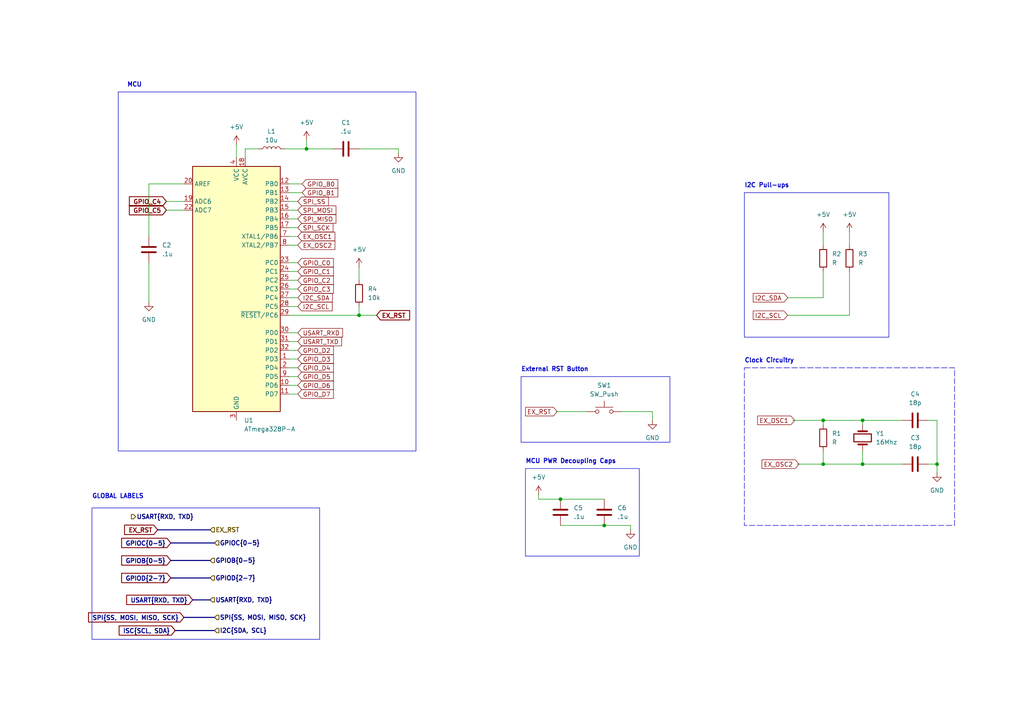
<source format=kicad_sch>
(kicad_sch (version 20230121) (generator eeschema)
  (paper "A4")
  (lib_symbols
    (symbol "Device:C" (pin_numbers hide) (pin_names (offset 0.254))
      (property "Reference" "C" (at 0.635 2.54 0))
      (property "Value" "C" (at 0.635 -2.54 0))
      (symbol "C_0_1"
        (polyline (pts (xy -2.032 -0.762) (xy 2.032 -0.762)) (stroke (width 0.508)))
        (polyline (pts (xy -2.032 0.762) (xy 2.032 0.762)) (stroke (width 0.508)))
      )
      (symbol "C_1_1"
        (pin passive line (at 0 3.81 270) (length 2.794) (name "~") (number "1"))
        (pin passive line (at 0 -3.81 90) (length 2.794) (name "~") (number "2"))
      )
    )
    (symbol "Device:Crystal" (pin_numbers hide) (pin_names (offset 1.016) hide)
      (property "Reference" "Y" (at 0 3.81 0))
      (property "Value" "Crystal" (at 0 -3.81 0))
      (symbol "Crystal_0_1"
        (rectangle (start -1.143 2.54) (end 1.143 -2.54) (stroke (width 0.3048)))
        (polyline (pts (xy -2.54 0) (xy -1.905 0)))
        (polyline (pts (xy -1.905 -1.27) (xy -1.905 1.27)) (stroke (width 0.508)))
        (polyline (pts (xy 1.905 -1.27) (xy 1.905 1.27)) (stroke (width 0.508)))
        (polyline (pts (xy 2.54 0) (xy 1.905 0)))
      )
      (symbol "Crystal_1_1"
        (pin passive line (at -3.81 0 0) (length 1.27) (name "1") (number "1"))
        (pin passive line (at 3.81 0 180) (length 1.27) (name "2") (number "2"))
      )
    )
    (symbol "Device:L" (pin_numbers hide) (pin_names (offset 1.016) hide)
      (property "Reference" "L" (at -1.27 0 90))
      (property "Value" "L" (at 1.905 0 90))
      (symbol "L_0_1"
        (arc (start 0 -2.54) (mid 0.6323 -1.905) (end 0 -1.27))
        (arc (start 0 -1.27) (mid 0.6323 -0.635) (end 0 0))
        (arc (start 0 0) (mid 0.6323 0.635) (end 0 1.27))
        (arc (start 0 1.27) (mid 0.6323 1.905) (end 0 2.54))
      )
      (symbol "L_1_1"
        (pin passive line (at 0 3.81 270) (length 1.27) (name "1") (number "1"))
        (pin passive line (at 0 -3.81 90) (length 1.27) (name "2") (number "2"))
      )
    )
    (symbol "Device:R" (pin_numbers hide) (pin_names (offset 0))
      (property "Reference" "R" (at 2.032 0 90))
      (property "Value" "R" (at 0 0 90))
      (symbol "R_0_1"
        (rectangle (start -1.016 -2.54) (end 1.016 2.54) (stroke (width 0.254)))
      )
      (symbol "R_1_1"
        (pin passive line (at 0 3.81 270) (length 1.27) (name "~") (number "1"))
        (pin passive line (at 0 -3.81 90) (length 1.27) (name "~") (number "2"))
      )
    )
    (symbol "MCU_Microchip_ATmega:ATmega328P-A"
      (property "Reference" "U" (at -12.7 36.83 0))
      (property "Value" "ATmega328P-A" (at 2.54 -36.83 0))
      (symbol "ATmega328P-A_0_1"
        (rectangle (start -12.7 -35.56) (end 12.7 35.56) (stroke (width 0.254)) (fill (type background)))
      )
      (symbol "ATmega328P-A_1_1"
        (pin bidirectional line (at 15.24 -20.32 180) (length 2.54) (name "PD3") (number "1"))
        (pin bidirectional line (at 15.24 -27.94 180) (length 2.54) (name "PD6") (number "10"))
        (pin bidirectional line (at 15.24 -30.48 180) (length 2.54) (name "PD7") (number "11"))
        (pin bidirectional line (at 15.24 30.48 180) (length 2.54) (name "PB0") (number "12"))
        (pin bidirectional line (at 15.24 27.94 180) (length 2.54) (name "PB1") (number "13"))
        (pin bidirectional line (at 15.24 25.4 180) (length 2.54) (name "PB2") (number "14"))
        (pin bidirectional line (at 15.24 22.86 180) (length 2.54) (name "PB3") (number "15"))
        (pin bidirectional line (at 15.24 20.32 180) (length 2.54) (name "PB4") (number "16"))
        (pin bidirectional line (at 15.24 17.78 180) (length 2.54) (name "PB5") (number "17"))
        (pin power_in line (at 2.54 38.1 270) (length 2.54) (name "AVCC") (number "18"))
        (pin input line (at -15.24 25.4 0) (length 2.54) (name "ADC6") (number "19"))
        (pin bidirectional line (at 15.24 -22.86 180) (length 2.54) (name "PD4") (number "2"))
        (pin passive line (at -15.24 30.48 0) (length 2.54) (name "AREF") (number "20"))
        (pin passive line (at 0 -38.1 90) (length 2.54) hide (name "GND") (number "21"))
        (pin input line (at -15.24 22.86 0) (length 2.54) (name "ADC7") (number "22"))
        (pin bidirectional line (at 15.24 7.62 180) (length 2.54) (name "PC0") (number "23"))
        (pin bidirectional line (at 15.24 5.08 180) (length 2.54) (name "PC1") (number "24"))
        (pin bidirectional line (at 15.24 2.54 180) (length 2.54) (name "PC2") (number "25"))
        (pin bidirectional line (at 15.24 0 180) (length 2.54) (name "PC3") (number "26"))
        (pin bidirectional line (at 15.24 -2.54 180) (length 2.54) (name "PC4") (number "27"))
        (pin bidirectional line (at 15.24 -5.08 180) (length 2.54) (name "PC5") (number "28"))
        (pin bidirectional line (at 15.24 -7.62 180) (length 2.54) (name "~{RESET}/PC6") (number "29"))
        (pin power_in line (at 0 -38.1 90) (length 2.54) (name "GND") (number "3"))
        (pin bidirectional line (at 15.24 -12.7 180) (length 2.54) (name "PD0") (number "30"))
        (pin bidirectional line (at 15.24 -15.24 180) (length 2.54) (name "PD1") (number "31"))
        (pin bidirectional line (at 15.24 -17.78 180) (length 2.54) (name "PD2") (number "32"))
        (pin power_in line (at 0 38.1 270) (length 2.54) (name "VCC") (number "4"))
        (pin passive line (at 0 -38.1 90) (length 2.54) hide (name "GND") (number "5"))
        (pin passive line (at 0 38.1 270) (length 2.54) hide (name "VCC") (number "6"))
        (pin bidirectional line (at 15.24 15.24 180) (length 2.54) (name "XTAL1/PB6") (number "7"))
        (pin bidirectional line (at 15.24 12.7 180) (length 2.54) (name "XTAL2/PB7") (number "8"))
        (pin bidirectional line (at 15.24 -25.4 180) (length 2.54) (name "PD5") (number "9"))
      )
    )
    (symbol "Switch:SW_Push" (pin_numbers hide) (pin_names (offset 1.016) hide)
      (property "Reference" "SW" (at 1.27 2.54 0))
      (property "Value" "SW_Push" (at 0 -1.524 0))
      (symbol "SW_Push_0_1"
        (circle (center -2.032 0) (radius 0.508))
        (polyline (pts (xy 0 1.27) (xy 0 3.048)))
        (polyline (pts (xy 2.54 1.27) (xy -2.54 1.27)))
        (circle (center 2.032 0) (radius 0.508))
        (pin passive line (at -5.08 0 0) (length 2.54) (name "1") (number "1"))
        (pin passive line (at 5.08 0 180) (length 2.54) (name "2") (number "2"))
      )
    )
    (symbol "power:+5V" (power) (pin_names (offset 0))
      (property "Value" "+5V" (at 0 3.556 0))
      (symbol "+5V_0_1"
        (polyline (pts (xy -0.762 1.27) (xy 0 2.54)))
        (polyline (pts (xy 0 0) (xy 0 2.54)))
        (polyline (pts (xy 0 2.54) (xy 0.762 1.27)))
      )
      (symbol "+5V_1_1"
        (pin power_in line (at 0 0 90) (length 0) hide (name "+5V") (number "1"))
      )
    )
    (symbol "power:GND" (power) (pin_names (offset 0))
      (property "Value" "GND" (at 0 -3.81 0))
      (symbol "GND_0_1"
        (polyline (pts (xy 0 0) (xy 0 -1.27) (xy 1.27 -1.27) (xy 0 -2.54) (xy -1.27 -1.27) (xy 0 -1.27)))
      )
      (symbol "GND_1_1"
        (pin power_in line (at 0 0 270) (length 0) hide (name "GND") (number "1"))
      )
    )
  )
  (junction (at 250.19 121.92))
  (junction (at 104.14 91.44))
  (junction (at 250.19 134.62))
  (junction (at 238.76 121.92))
  (junction (at 271.78 134.62))
  (junction (at 162.56 144.78))
  (junction (at 238.76 134.62))
  (junction (at 175.26 152.4))
  (junction (at 88.9 43.18))
  (wire (pts (xy 43.18 76.2) (xy 43.18 87.63)))
  (wire (pts (xy 71.12 43.18) (xy 74.93 43.18)))
  (wire (pts (xy 271.78 121.92) (xy 271.78 134.62)))
  (wire (pts (xy 83.82 106.68) (xy 86.36 106.68)))
  (bus (pts (xy 49.53 167.64) (xy 60.96 167.64)))
  (wire (pts (xy 161.29 119.38) (xy 170.18 119.38)))
  (wire (pts (xy 83.82 68.58) (xy 86.36 68.58)))
  (wire (pts (xy 83.82 81.28) (xy 86.36 81.28)))
  (wire (pts (xy 83.82 96.52) (xy 86.36 96.52)))
  (wire (pts (xy 269.24 134.62) (xy 271.78 134.62)))
  (wire (pts (xy 104.14 91.44) (xy 109.22 91.44)))
  (wire (pts (xy 68.58 41.91) (xy 68.58 45.72)))
  (wire (pts (xy 250.19 121.92) (xy 250.19 123.19)))
  (wire (pts (xy 83.82 53.34) (xy 87.63 53.34)))
  (wire (pts (xy 83.82 101.6) (xy 86.36 101.6)))
  (wire (pts (xy 88.9 43.18) (xy 96.52 43.18)))
  (bus (pts (xy 50.8 182.88) (xy 62.23 182.88)))
  (wire (pts (xy 83.82 114.3) (xy 86.36 114.3)))
  (wire (pts (xy 229.87 121.92) (xy 238.76 121.92)))
  (wire (pts (xy 53.34 53.34) (xy 43.18 53.34)))
  (wire (pts (xy 246.38 91.44) (xy 246.38 78.74)))
  (wire (pts (xy 228.6 86.36) (xy 238.76 86.36)))
  (wire (pts (xy 115.57 43.18) (xy 115.57 44.45)))
  (wire (pts (xy 156.21 144.78) (xy 162.56 144.78)))
  (wire (pts (xy 180.34 119.38) (xy 189.23 119.38)))
  (wire (pts (xy 88.9 40.64) (xy 88.9 43.18)))
  (wire (pts (xy 71.12 45.72) (xy 71.12 43.18)))
  (wire (pts (xy 83.82 58.42) (xy 86.36 58.42)))
  (wire (pts (xy 83.82 66.04) (xy 86.36 66.04)))
  (wire (pts (xy 48.26 60.96) (xy 53.34 60.96)))
  (wire (pts (xy 48.26 58.42) (xy 53.34 58.42)))
  (wire (pts (xy 104.14 77.47) (xy 104.14 81.28)))
  (wire (pts (xy 83.82 63.5) (xy 86.36 63.5)))
  (wire (pts (xy 83.82 76.2) (xy 86.36 76.2)))
  (wire (pts (xy 238.76 86.36) (xy 238.76 78.74)))
  (wire (pts (xy 83.82 78.74) (xy 86.36 78.74)))
  (wire (pts (xy 83.82 104.14) (xy 86.36 104.14)))
  (bus (pts (xy 53.34 179.07) (xy 62.23 179.07)))
  (wire (pts (xy 83.82 83.82) (xy 86.36 83.82)))
  (wire (pts (xy 104.14 88.9) (xy 104.14 91.44)))
  (wire (pts (xy 156.21 143.51) (xy 156.21 144.78)))
  (wire (pts (xy 271.78 134.62) (xy 271.78 137.16)))
  (wire (pts (xy 83.82 71.12) (xy 86.36 71.12)))
  (wire (pts (xy 83.82 86.36) (xy 86.36 86.36)))
  (wire (pts (xy 83.82 109.22) (xy 86.36 109.22)))
  (bus (pts (xy 55.88 173.99) (xy 60.96 173.99)))
  (wire (pts (xy 83.82 91.44) (xy 104.14 91.44)))
  (wire (pts (xy 250.19 121.92) (xy 261.62 121.92)))
  (wire (pts (xy 246.38 67.31) (xy 246.38 71.12)))
  (wire (pts (xy 162.56 152.4) (xy 175.26 152.4)))
  (wire (pts (xy 175.26 152.4) (xy 182.88 152.4)))
  (wire (pts (xy 250.19 130.81) (xy 250.19 134.62)))
  (wire (pts (xy 82.55 43.18) (xy 88.9 43.18)))
  (wire (pts (xy 189.23 119.38) (xy 189.23 121.92)))
  (bus (pts (xy 45.72 153.67) (xy 60.96 153.67)))
  (bus (pts (xy 49.53 157.48) (xy 62.23 157.48)))
  (wire (pts (xy 238.76 134.62) (xy 250.19 134.62)))
  (wire (pts (xy 104.14 43.18) (xy 115.57 43.18)))
  (wire (pts (xy 250.19 134.62) (xy 261.62 134.62)))
  (wire (pts (xy 83.82 60.96) (xy 86.36 60.96)))
  (wire (pts (xy 238.76 67.31) (xy 238.76 71.12)))
  (wire (pts (xy 182.88 152.4) (xy 182.88 153.67)))
  (wire (pts (xy 228.6 91.44) (xy 246.38 91.44)))
  (wire (pts (xy 43.18 53.34) (xy 43.18 68.58)))
  (wire (pts (xy 238.76 130.81) (xy 238.76 134.62)))
  (wire (pts (xy 269.24 121.92) (xy 271.78 121.92)))
  (wire (pts (xy 83.82 99.06) (xy 86.36 99.06)))
  (wire (pts (xy 83.82 88.9) (xy 86.36 88.9)))
  (wire (pts (xy 238.76 121.92) (xy 238.76 123.19)))
  (wire (pts (xy 162.56 144.78) (xy 175.26 144.78)))
  (wire (pts (xy 238.76 121.92) (xy 250.19 121.92)))
  (wire (pts (xy 231.14 134.62) (xy 238.76 134.62)))
  (bus (pts (xy 49.53 162.56) (xy 60.96 162.56)))
  (wire (pts (xy 83.82 111.76) (xy 86.36 111.76)))
  (wire (pts (xy 83.82 55.88) (xy 87.63 55.88)))
  (rectangle (start 152.4 135.89) (end 185.42 161.29))
  (rectangle (start 215.9 55.88) (end 257.81 97.79))
  (rectangle (start 151.13 109.22) (end 194.31 128.27))
  (rectangle (start 215.9 106.68) (end 276.86 152.4) (stroke (width 0) (type dash)))
  (rectangle (start 26.67 147.32) (end 92.71 185.42))
  (rectangle (start 34.29 26.67) (end 120.65 130.81))
  (text "MCU" (at 36.83 25.4 0) (effects (font (size 1.27 1.27) (thickness 0.254) bold) (justify left bottom)))
  (text "MCU PWR Decoupling Caps\n" (at 152.4 134.62 0) (effects (font (size 1.27 1.27) (thickness 0.254) bold) (justify left bottom)))
  (text "External RST Button\n" (at 151.13 107.95 0) (effects (font (size 1.27 1.27) (thickness 0.254) bold) (justify left bottom)))
  (text "Clock Circuitry\n" (at 215.9 105.41 0) (effects (font (size 1.27 1.27) (thickness 0.254) bold) (justify left bottom)))
  (text "I2C Pull-ups\n" (at 215.9 54.61 0) (effects (font (size 1.27 1.27) (thickness 0.254) bold) (justify left bottom)))
  (text "GLOBAL LABELS\n" (at 26.67 144.78 0) (effects (font (size 1.27 1.27) bold) (justify left bottom)))
  (global_label "EX_RST" (shape output) (at 152.4 119.38 0) (property "Intersheetrefs" "${INTERSHEET_REFS}" (effects hide)))
  (global_label "SPI_MOSI" (shape input) (at 86.36 60.96 0) (property "Intersheetrefs" "${INTERSHEET_REFS}" (effects hide)))
  (global_label "I2C_SCL" (shape input) (at 86.36 88.9 0) (property "Intersheetrefs" "${INTERSHEET_REFS}" (effects hide)))
  (global_label "GPIO_D3" (shape input) (at 86.36 104.14 0) (property "Intersheetrefs" "${INTERSHEET_REFS}" (effects hide)))
  (global_label "GPIOC{0-5}" (shape input) (at 49.53 157.48 180) (effects (font bold)) (property "Intersheetrefs" "${INTERSHEET_REFS}" (effects hide)))
  (global_label "USART_TXD" (shape input) (at 86.36 99.06 0) (property "Intersheetrefs" "${INTERSHEET_REFS}" (effects hide)))
  (global_label "GPIO_D2" (shape input) (at 86.36 101.6 0) (property "Intersheetrefs" "${INTERSHEET_REFS}" (effects hide)))
  (global_label "SPI_MISO" (shape input) (at 86.36 63.5 0) (property "Intersheetrefs" "${INTERSHEET_REFS}" (effects hide)))
  (global_label "GPIO_C0" (shape input) (at 86.36 76.2 0) (property "Intersheetrefs" "${INTERSHEET_REFS}" (effects hide)))
  (global_label "GPIO_D5" (shape input) (at 86.36 109.22 0) (property "Intersheetrefs" "${INTERSHEET_REFS}" (effects hide)))
  (global_label "GPIO_D7" (shape input) (at 86.36 114.3 0) (property "Intersheetrefs" "${INTERSHEET_REFS}" (effects hide)))
  (global_label "GPIO_C5" (shape input) (at 48.26 60.96 180) (effects (font bold)) (property "Intersheetrefs" "${INTERSHEET_REFS}" (effects hide)))
  (global_label "I2C_SCL" (shape output) (at 218.44 91.44 0) (property "Intersheetrefs" "${INTERSHEET_REFS}" (effects hide)))
  (global_label "GPIO_B0" (shape input) (at 87.63 53.34 0) (property "Intersheetrefs" "${INTERSHEET_REFS}" (effects hide)))
  (global_label "GPIO_D4" (shape input) (at 86.36 106.68 0) (property "Intersheetrefs" "${INTERSHEET_REFS}" (effects hide)))
  (global_label "EX_OSC1" (shape input) (at 86.36 68.58 0) (property "Intersheetrefs" "${INTERSHEET_REFS}" (effects hide)))
  (global_label "EX_OSC2" (shape input) (at 86.36 71.12 0) (property "Intersheetrefs" "${INTERSHEET_REFS}" (effects hide)))
  (global_label "GPIOB{0-5}" (shape input) (at 49.53 162.56 180) (effects (font bold)) (property "Intersheetrefs" "${INTERSHEET_REFS}" (effects hide)))
  (global_label "USART_RXD" (shape input) (at 86.36 96.52 0) (property "Intersheetrefs" "${INTERSHEET_REFS}" (effects hide)))
  (global_label "GPIO_C4" (shape input) (at 48.26 58.42 180) (effects (font bold)) (property "Intersheetrefs" "${INTERSHEET_REFS}" (effects hide)))
  (global_label "ISC{SCL, SDA}" (shape input) (at 50.8 182.88 180) (effects (font bold)) (property "Intersheetrefs" "${INTERSHEET_REFS}" (effects hide)))
  (global_label "I2C_SDA" (shape output) (at 218.44 86.36 0) (property "Intersheetrefs" "${INTERSHEET_REFS}" (effects hide)))
  (global_label "SPI{SS, MOSI, MISO, SCK}" (shape input) (at 53.34 179.07 180) (effects (font bold)) (property "Intersheetrefs" "${INTERSHEET_REFS}" (effects hide)))
  (global_label "GPIO_C1" (shape input) (at 86.36 78.74 0) (property "Intersheetrefs" "${INTERSHEET_REFS}" (effects hide)))
  (global_label "GPIO_C2" (shape input) (at 86.36 81.28 0) (property "Intersheetrefs" "${INTERSHEET_REFS}" (effects hide)))
  (global_label "I2C_SDA" (shape input) (at 86.36 86.36 0) (property "Intersheetrefs" "${INTERSHEET_REFS}" (effects hide)))
  (global_label "GPIO_B1" (shape input) (at 87.63 55.88 0) (property "Intersheetrefs" "${INTERSHEET_REFS}" (effects hide)))
  (global_label "EX_OSC2" (shape output) (at 220.98 134.62 0) (property "Intersheetrefs" "${INTERSHEET_REFS}" (effects hide)))
  (global_label "USART{RXD, TXD}" (shape input) (at 55.88 173.99 180) (effects (font bold)) (property "Intersheetrefs" "${INTERSHEET_REFS}" (effects hide)))
  (global_label "GPIO_C3" (shape input) (at 86.36 83.82 0) (property "Intersheetrefs" "${INTERSHEET_REFS}" (effects hide)))
  (global_label "GPIOD{2-7}" (shape input) (at 49.53 167.64 180) (effects (font bold)) (property "Intersheetrefs" "${INTERSHEET_REFS}" (effects hide)))
  (global_label "GPIO_D6" (shape input) (at 86.36 111.76 0) (property "Intersheetrefs" "${INTERSHEET_REFS}" (effects hide)))
  (global_label "EX_OSC1" (shape output) (at 219.71 121.92 0) (property "Intersheetrefs" "${INTERSHEET_REFS}" (effects hide)))
  (global_label "EX_RST" (shape input) (at 45.72 153.67 180) (effects (font bold)) (property "Intersheetrefs" "${INTERSHEET_REFS}" (effects hide)))
  (global_label "EX_RST" (shape input) (at 109.22 91.44 0) (effects (font bold)) (property "Intersheetrefs" "${INTERSHEET_REFS}" (effects hide)))
  (global_label "SPI_SS" (shape input) (at 86.36 58.42 0) (property "Intersheetrefs" "${INTERSHEET_REFS}" (effects hide)))
  (global_label "SPI_SCK" (shape input) (at 86.36 66.04 0) (property "Intersheetrefs" "${INTERSHEET_REFS}" (effects hide)))
  (hierarchical_label "GPIOD{2-7}" (shape input) (at 60.96 167.64 0) (effects (font bold)))
  (hierarchical_label "GPIOC{0-5}" (shape input) (at 62.23 157.48 0) (effects (font bold)))
  (hierarchical_label "USART{RXD, TXD}" (shape input) (at 60.96 173.99 0) (effects (font bold)))
  (hierarchical_label "I2C{SDA, SCL}" (shape input) (at 62.23 182.88 0) (effects (font bold)))
  (hierarchical_label "USART{RXD, TXD}" (shape output) (at 38.1 149.86 0) (effects (font bold)))
  (hierarchical_label "SPI{SS, MOSI, MISO, SCK}" (shape input) (at 62.23 179.07 0) (effects (font bold)))
  (hierarchical_label "EX_RST" (shape input) (at 60.96 153.67 0) (effects (font bold)))
  (hierarchical_label "GPIOB{0-5}" (shape input) (at 60.96 162.56 0) (effects (font bold)))
  (symbol (lib_id "Device:C") (at 265.43 134.62 90) (unit 1)
    (property "Reference" "C3" (at 265.43 127 90))
    (property "Value" "18p" (at 265.43 129.54 90))
  )
  (symbol (lib_id "power:GND") (at 182.88 153.67 0) (unit 1)
    (property "Reference" "#PWR010" (effects hide))
    (property "Value" "GND" (at 182.88 158.75 0))
  )
  (symbol (lib_id "Device:C") (at 162.56 148.59 0) (unit 1)
    (property "Reference" "C5" (at 166.37 147.32 0) (effects (justify left)))
    (property "Value" ".1u" (at 166.37 149.86 0) (effects (justify left)))
  )
  (symbol (lib_id "Switch:SW_Push") (at 175.26 119.38 0) (unit 1)
    (property "Reference" "SW1" (at 175.26 111.76 0))
    (property "Value" "SW_Push" (at 175.26 114.3 0))
  )
  (symbol (lib_id "Device:C") (at 43.18 72.39 0) (unit 1)
    (property "Reference" "C2" (at 46.99 71.12 0) (effects (justify left)))
    (property "Value" ".1u" (at 46.99 73.66 0) (effects (justify left)))
  )
  (symbol (lib_id "power:+5V") (at 246.38 67.31 0) (unit 1)
    (property "Reference" "#PWR07" (effects hide))
    (property "Value" "+5V" (at 246.38 62.23 0))
  )
  (symbol (lib_id "Device:R") (at 246.38 74.93 0) (unit 1)
    (property "Reference" "R3" (at 248.92 73.66 0) (effects (justify left)))
    (property "Value" "R" (at 248.92 76.2 0) (effects (justify left)))
  )
  (symbol (lib_id "Device:R") (at 238.76 127 0) (unit 1)
    (property "Reference" "R1" (at 241.3 125.73 0) (effects (justify left)))
    (property "Value" "R" (at 241.3 128.27 0) (effects (justify left)))
  )
  (symbol (lib_id "Device:C") (at 265.43 121.92 90) (unit 1)
    (property "Reference" "C4" (at 265.43 114.3 90))
    (property "Value" "18p" (at 265.43 116.84 90))
  )
  (symbol (lib_id "power:+5V") (at 238.76 67.31 0) (unit 1)
    (property "Reference" "#PWR06" (effects hide))
    (property "Value" "+5V" (at 238.76 62.23 0))
  )
  (symbol (lib_id "Device:C") (at 175.26 148.59 0) (unit 1)
    (property "Reference" "C6" (at 179.07 147.32 0) (effects (justify left)))
    (property "Value" ".1u" (at 179.07 149.86 0) (effects (justify left)))
  )
  (symbol (lib_id "Device:C") (at 100.33 43.18 90) (unit 1)
    (property "Reference" "C1" (at 100.33 35.56 90))
    (property "Value" ".1u" (at 100.33 38.1 90))
  )
  (symbol (lib_id "power:+5V") (at 104.14 77.47 0) (unit 1)
    (property "Reference" "#PWR011" (effects hide))
    (property "Value" "+5V" (at 104.14 72.39 0))
  )
  (symbol (lib_id "power:GND") (at 43.18 87.63 0) (unit 1)
    (property "Reference" "#PWR04" (effects hide))
    (property "Value" "GND" (at 43.18 92.71 0))
  )
  (symbol (lib_id "Device:R") (at 104.14 85.09 0) (unit 1)
    (property "Reference" "R4" (at 106.68 83.82 0) (effects (justify left)))
    (property "Value" "10k" (at 106.68 86.36 0) (effects (justify left)))
  )
  (symbol (lib_id "Device:L") (at 78.74 43.18 90) (unit 1)
    (property "Reference" "L1" (at 78.74 38.1 90))
    (property "Value" "10u" (at 78.74 40.64 90))
  )
  (symbol (lib_id "power:GND") (at 271.78 137.16 0) (unit 1)
    (property "Reference" "#PWR05" (effects hide))
    (property "Value" "GND" (at 271.78 142.24 0))
  )
  (symbol (lib_id "MCU_Microchip_ATmega:ATmega328P-A") (at 68.58 83.82 0) (unit 1)
    (property "Reference" "U1" (at 70.7741 121.92 0) (effects (justify left)))
    (property "Value" "ATmega328P-A" (at 70.7741 124.46 0) (effects (justify left)))
    (property "Footprint" "Package_QFP:TQFP-32_7x7mm_P0.8mm" (effects hide))
    (property "Datasheet" "http://ww1.microchip.com/downloads/en/DeviceDoc/ATmega328_P%20AVR%20MCU%20with%20picoPower%20Technology%20Data%20Sheet%2040001984A.pdf" (effects hide))
  )
  (symbol (lib_id "power:+5V") (at 68.58 41.91 0) (unit 1)
    (property "Reference" "#PWR01" (effects hide))
    (property "Value" "+5V" (at 68.58 36.83 0))
  )
  (symbol (lib_id "power:+5V") (at 88.9 40.64 0) (unit 1)
    (property "Reference" "#PWR02" (effects hide))
    (property "Value" "+5V" (at 88.9 35.56 0))
  )
  (symbol (lib_id "Device:Crystal") (at 250.19 127 90) (unit 1)
    (property "Reference" "Y1" (at 254 125.73 90) (effects (justify right)))
    (property "Value" "16Mhz" (at 254 128.27 90) (effects (justify right)))
  )
  (symbol (lib_id "Device:R") (at 238.76 74.93 0) (unit 1)
    (property "Reference" "R2" (at 241.3 73.66 0) (effects (justify left)))
    (property "Value" "R" (at 241.3 76.2 0) (effects (justify left)))
  )
  (symbol (lib_id "power:GND") (at 189.23 121.92 0) (unit 1)
    (property "Reference" "#PWR08" (effects hide))
    (property "Value" "GND" (at 189.23 127 0))
  )
  (symbol (lib_id "power:GND") (at 115.57 44.45 0) (unit 1)
    (property "Reference" "#PWR03" (effects hide))
    (property "Value" "GND" (at 115.57 49.53 0))
  )
  (symbol (lib_id "power:+5V") (at 156.21 143.51 0) (unit 1)
    (property "Reference" "#PWR09" (effects hide))
    (property "Value" "+5V" (at 156.21 138.43 0))
  )
)
</source>
